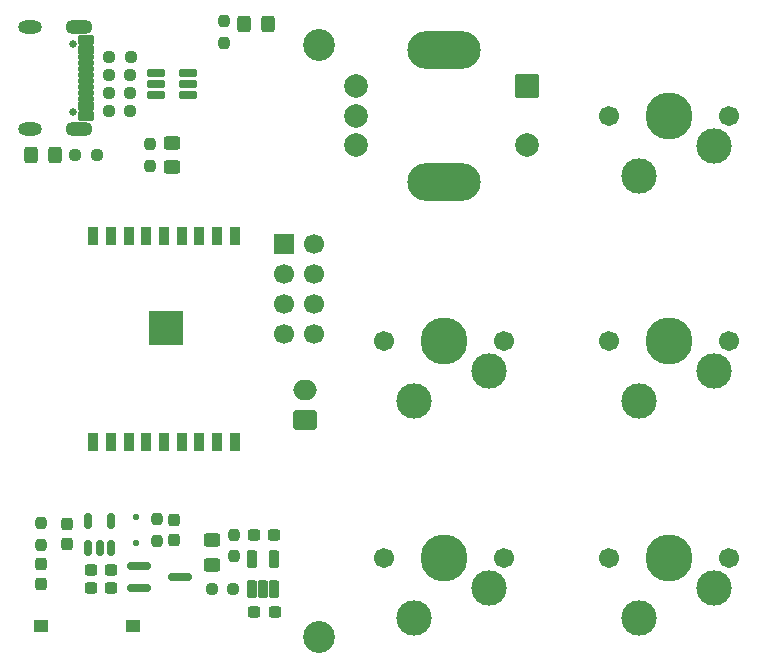
<source format=gbr>
%TF.GenerationSoftware,KiCad,Pcbnew,9.0.2*%
%TF.CreationDate,2025-07-23T19:01:54-06:00*%
%TF.ProjectId,macro devboard ESP32,6d616372-6f20-4646-9576-626f61726420,rev?*%
%TF.SameCoordinates,Original*%
%TF.FileFunction,Soldermask,Top*%
%TF.FilePolarity,Negative*%
%FSLAX46Y46*%
G04 Gerber Fmt 4.6, Leading zero omitted, Abs format (unit mm)*
G04 Created by KiCad (PCBNEW 9.0.2) date 2025-07-23 19:01:54*
%MOMM*%
%LPD*%
G01*
G04 APERTURE LIST*
G04 Aperture macros list*
%AMRoundRect*
0 Rectangle with rounded corners*
0 $1 Rounding radius*
0 $2 $3 $4 $5 $6 $7 $8 $9 X,Y pos of 4 corners*
0 Add a 4 corners polygon primitive as box body*
4,1,4,$2,$3,$4,$5,$6,$7,$8,$9,$2,$3,0*
0 Add four circle primitives for the rounded corners*
1,1,$1+$1,$2,$3*
1,1,$1+$1,$4,$5*
1,1,$1+$1,$6,$7*
1,1,$1+$1,$8,$9*
0 Add four rect primitives between the rounded corners*
20,1,$1+$1,$2,$3,$4,$5,0*
20,1,$1+$1,$4,$5,$6,$7,0*
20,1,$1+$1,$6,$7,$8,$9,0*
20,1,$1+$1,$8,$9,$2,$3,0*%
G04 Aperture macros list end*
%ADD10RoundRect,0.237500X-0.237500X0.250000X-0.237500X-0.250000X0.237500X-0.250000X0.237500X0.250000X0*%
%ADD11C,1.701800*%
%ADD12C,3.000000*%
%ADD13C,3.987800*%
%ADD14RoundRect,0.237500X0.237500X-0.300000X0.237500X0.300000X-0.237500X0.300000X-0.237500X-0.300000X0*%
%ADD15RoundRect,0.102000X0.279400X-0.635000X0.279400X0.635000X-0.279400X0.635000X-0.279400X-0.635000X0*%
%ADD16RoundRect,0.237500X-0.300000X-0.237500X0.300000X-0.237500X0.300000X0.237500X-0.300000X0.237500X0*%
%ADD17RoundRect,0.102000X-0.900000X0.900000X-0.900000X-0.900000X0.900000X-0.900000X0.900000X0.900000X0*%
%ADD18C,2.004000*%
%ADD19O,6.204000X3.204000*%
%ADD20R,0.900000X1.500000*%
%ADD21C,0.600000*%
%ADD22R,2.900000X2.900000*%
%ADD23RoundRect,0.250000X0.450000X-0.325000X0.450000X0.325000X-0.450000X0.325000X-0.450000X-0.325000X0*%
%ADD24RoundRect,0.237500X-0.237500X0.300000X-0.237500X-0.300000X0.237500X-0.300000X0.237500X0.300000X0*%
%ADD25RoundRect,0.237500X0.250000X0.237500X-0.250000X0.237500X-0.250000X-0.237500X0.250000X-0.237500X0*%
%ADD26RoundRect,0.237500X0.237500X-0.250000X0.237500X0.250000X-0.237500X0.250000X-0.237500X-0.250000X0*%
%ADD27R,1.250000X1.000000*%
%ADD28C,2.700000*%
%ADD29RoundRect,0.237500X-0.250000X-0.237500X0.250000X-0.237500X0.250000X0.237500X-0.250000X0.237500X0*%
%ADD30RoundRect,0.237500X0.300000X0.237500X-0.300000X0.237500X-0.300000X-0.237500X0.300000X-0.237500X0*%
%ADD31RoundRect,0.162500X-0.837500X-0.162500X0.837500X-0.162500X0.837500X0.162500X-0.837500X0.162500X0*%
%ADD32RoundRect,0.162500X0.617500X0.162500X-0.617500X0.162500X-0.617500X-0.162500X0.617500X-0.162500X0*%
%ADD33C,0.650000*%
%ADD34RoundRect,0.102000X-0.570000X0.300000X-0.570000X-0.300000X0.570000X-0.300000X0.570000X0.300000X0*%
%ADD35RoundRect,0.102000X-0.570000X0.150000X-0.570000X-0.150000X0.570000X-0.150000X0.570000X0.150000X0*%
%ADD36O,2.304000X1.254000*%
%ADD37O,2.004000X1.104000*%
%ADD38RoundRect,0.150000X0.150000X-0.512500X0.150000X0.512500X-0.150000X0.512500X-0.150000X-0.512500X0*%
%ADD39RoundRect,0.250000X0.325000X0.450000X-0.325000X0.450000X-0.325000X-0.450000X0.325000X-0.450000X0*%
%ADD40RoundRect,0.250000X-0.325000X-0.450000X0.325000X-0.450000X0.325000X0.450000X-0.325000X0.450000X0*%
%ADD41RoundRect,0.125000X-0.125000X0.125000X-0.125000X-0.125000X0.125000X-0.125000X0.125000X0.125000X0*%
%ADD42RoundRect,0.250000X0.750000X-0.600000X0.750000X0.600000X-0.750000X0.600000X-0.750000X-0.600000X0*%
%ADD43O,2.000000X1.700000*%
%ADD44R,1.700000X1.700000*%
%ADD45C,1.700000*%
G04 APERTURE END LIST*
D10*
%TO.C,R12*%
X191890000Y-84017500D03*
X191890000Y-85842500D03*
%TD*%
D11*
%TO.C,SW6*%
X250170000Y-86985000D03*
D12*
X248900000Y-89525000D03*
D13*
X245090000Y-86985000D03*
D12*
X242550000Y-92065000D03*
D11*
X240010000Y-86985000D03*
%TD*%
D14*
%TO.C,C5*%
X194110000Y-85797500D03*
X194110000Y-84072500D03*
%TD*%
D15*
%TO.C,U2*%
X209770000Y-89590800D03*
X210709800Y-89590800D03*
X211649600Y-89590800D03*
X211649600Y-87000000D03*
X209770000Y-87000000D03*
%TD*%
D16*
%TO.C,C4*%
X196097500Y-87995000D03*
X197822500Y-87995000D03*
%TD*%
D17*
%TO.C,S1*%
X233040000Y-47020000D03*
D18*
X233040000Y-52020000D03*
X218540000Y-47020000D03*
X218540000Y-52020000D03*
X218540000Y-49520000D03*
D19*
X226040000Y-43920000D03*
X226040000Y-55120000D03*
%TD*%
D20*
%TO.C,U1*%
X196320000Y-77150000D03*
X197820000Y-77150000D03*
X199320000Y-77150000D03*
X200820000Y-77150000D03*
X202320000Y-77150000D03*
X203820000Y-77150000D03*
X205320000Y-77150000D03*
X206820000Y-77150000D03*
X208320000Y-77150000D03*
X208320000Y-59650000D03*
X206820000Y-59650000D03*
X205320000Y-59650000D03*
X203820000Y-59650000D03*
X202320000Y-59650000D03*
X200820000Y-59650000D03*
X199320000Y-59650000D03*
X197820000Y-59650000D03*
X196320000Y-59650000D03*
D21*
X201970000Y-68540000D03*
X203070000Y-68540000D03*
X201420000Y-67990000D03*
X202520000Y-67990000D03*
X203620000Y-67990000D03*
X201970000Y-67440000D03*
D22*
X202520000Y-67440000D03*
D21*
X203070000Y-67440000D03*
X201420000Y-66890000D03*
X202520000Y-66890000D03*
X203620000Y-66890000D03*
X201970000Y-66340000D03*
X203070000Y-66340000D03*
%TD*%
D16*
%TO.C,C8*%
X209950000Y-91487500D03*
X211675000Y-91487500D03*
%TD*%
D23*
%TO.C,D8*%
X206340000Y-87510000D03*
X206340000Y-85460000D03*
%TD*%
D24*
%TO.C,C6*%
X203200000Y-83700000D03*
X203200000Y-85425000D03*
%TD*%
D16*
%TO.C,C3*%
X196107500Y-89505000D03*
X197832500Y-89505000D03*
%TD*%
D25*
%TO.C,R2*%
X199480000Y-44562500D03*
X197655000Y-44562500D03*
%TD*%
D23*
%TO.C,D10*%
X202970000Y-53842500D03*
X202970000Y-51792500D03*
%TD*%
D26*
%TO.C,R11*%
X207360000Y-43325000D03*
X207360000Y-41500000D03*
%TD*%
D25*
%TO.C,R5*%
X199472500Y-46072500D03*
X197647500Y-46072500D03*
%TD*%
%TO.C,R4*%
X199472500Y-47572500D03*
X197647500Y-47572500D03*
%TD*%
%TO.C,R1*%
X199475000Y-49082500D03*
X197650000Y-49082500D03*
%TD*%
D11*
%TO.C,SW9*%
X231120000Y-68570000D03*
D12*
X229850000Y-71110000D03*
D13*
X226040000Y-68570000D03*
D12*
X223500000Y-73650000D03*
D11*
X220960000Y-68570000D03*
%TD*%
D27*
%TO.C,SW3*%
X199690000Y-92730000D03*
X191940000Y-92730000D03*
%TD*%
D28*
%TO.C,H1*%
X215440000Y-93650000D03*
%TD*%
D29*
%TO.C,R13*%
X206340000Y-89600000D03*
X208165000Y-89600000D03*
%TD*%
D30*
%TO.C,C9*%
X211660000Y-84990000D03*
X209935000Y-84990000D03*
%TD*%
D31*
%TO.C,Q1*%
X200240000Y-87612500D03*
X200240000Y-89512500D03*
X203660000Y-88562500D03*
%TD*%
D26*
%TO.C,R14*%
X208210000Y-86805000D03*
X208210000Y-84980000D03*
%TD*%
D10*
%TO.C,R6*%
X201100000Y-51915000D03*
X201100000Y-53740000D03*
%TD*%
%TO.C,R10*%
X201690000Y-83652500D03*
X201690000Y-85477500D03*
%TD*%
D32*
%TO.C,U3*%
X204315000Y-47747500D03*
X204315000Y-46797500D03*
X204315000Y-45847500D03*
X201615000Y-45847500D03*
X201615000Y-46797500D03*
X201615000Y-47747500D03*
%TD*%
D33*
%TO.C,J1*%
X194640000Y-43420000D03*
X194640000Y-49200000D03*
D34*
X195710000Y-43110000D03*
X195710000Y-43910000D03*
D35*
X195710000Y-45060000D03*
X195710000Y-46060000D03*
X195710000Y-46560000D03*
X195710000Y-47560000D03*
D34*
X195710000Y-49510000D03*
X195710000Y-48710000D03*
D35*
X195710000Y-48060000D03*
X195710000Y-47060000D03*
X195710000Y-45560000D03*
X195710000Y-44560000D03*
D36*
X195140000Y-41990000D03*
X195140000Y-50630000D03*
D37*
X190960000Y-41990000D03*
X190960000Y-50630000D03*
%TD*%
D38*
%TO.C,U4*%
X195920000Y-86065000D03*
X196870000Y-86065000D03*
X197820000Y-86065000D03*
X197820000Y-83790000D03*
X195920000Y-83790000D03*
%TD*%
D28*
%TO.C,H2*%
X215440000Y-43490000D03*
%TD*%
D39*
%TO.C,D9*%
X211100000Y-41740000D03*
X209050000Y-41740000D03*
%TD*%
D14*
%TO.C,C7*%
X191890000Y-89175000D03*
X191890000Y-87450000D03*
%TD*%
D29*
%TO.C,R7*%
X194797500Y-52830000D03*
X196622500Y-52830000D03*
%TD*%
D40*
%TO.C,D12*%
X191057500Y-52830000D03*
X193107500Y-52830000D03*
%TD*%
D11*
%TO.C,SW7*%
X250170000Y-68570000D03*
D12*
X248900000Y-71110000D03*
D13*
X245090000Y-68570000D03*
D12*
X242550000Y-73650000D03*
D11*
X240010000Y-68570000D03*
%TD*%
%TO.C,SW8*%
X231120000Y-86985000D03*
D12*
X229850000Y-89525000D03*
D13*
X226040000Y-86985000D03*
D12*
X223500000Y-92065000D03*
D11*
X220960000Y-86985000D03*
%TD*%
%TO.C,SW1*%
X250170000Y-49520000D03*
D12*
X248900000Y-52060000D03*
D13*
X245090000Y-49520000D03*
D12*
X242550000Y-54600000D03*
D11*
X240010000Y-49520000D03*
%TD*%
D41*
%TO.C,D11*%
X199950000Y-83457500D03*
X199950000Y-85657500D03*
%TD*%
D42*
%TO.C,J2*%
X214260000Y-75240000D03*
D43*
X214260000Y-72740000D03*
%TD*%
D44*
%TO.C,J3*%
X212440000Y-60390000D03*
D45*
X214980000Y-60390000D03*
X212440000Y-62930000D03*
X214980000Y-62930000D03*
X212440000Y-65470000D03*
X214980000Y-65470000D03*
X212440000Y-68010000D03*
X214980000Y-68010000D03*
%TD*%
M02*

</source>
